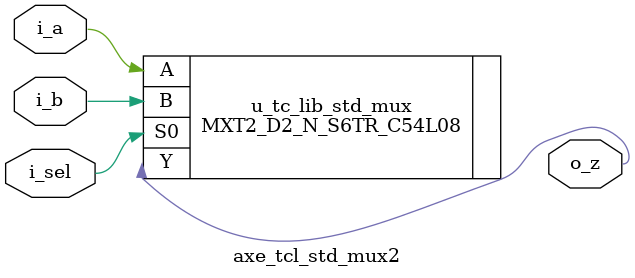
<source format=sv>


module axe_tcl_std_buffer (
  input  logic i_a,
  output logic o_z
);
  BUF_D4_N_S6TR_C54L08 u_tc_lib_std_buf (
    .Y(o_z),
    .A(i_a)
  );
endmodule


/// Combinational Inverter
///
module axe_tcl_std_inverter (
  input  logic i_a,
  output logic o_z
);
  INV_D4_N_S6TR_C54L08 u_tc_lib_std_inv (
    .Y(o_z),
    .A(i_a)
  );
endmodule


/// Combinatorial 2 input AND gate
///
module axe_tcl_std_and2 (
  input  logic i_a,
  input  logic i_b,
  output logic o_z
);
  wire internal_nand;

  NAND2_D2_N_S6TR_C54L08 u_tc_lib_std_nand (
    .Y(internal_nand),
    .A(i_a),
    .B(i_b)
  );

  INV_D4_N_S6TR_C54L08 u_tc_lib_std_inv (
    .Y(o_z),
    .A(internal_nand)
  );
endmodule


/// Combinatorial 3 input AND gate
///
module axe_tcl_std_and3 (
  input  logic i_a,
  input  logic i_b,
  input  logic i_c,
  output logic o_z
);
  wire internal_nand;

  NAND3_D2_N_S6TR_C54L08 u_tc_lib_std_nand (
    .Y(internal_nand),
    .A(i_a),
    .B(i_b),
    .C(i_c)
  );

  INV_D4_N_S6TR_C54L08 u_tc_lib_std_inv (
    .Y(o_z),
    .A(internal_nand)
  );
endmodule


/// Combinatorial 2 input NAND gate
///
module axe_tcl_std_nand2 (
  input  logic i_a,
  input  logic i_b,
  output logic o_z
);
  NAND2_D2_N_S6TR_C54L08 u_tc_lib_std_nand (
    .Y(o_z),
    .A(i_a),
    .B(i_b)
  );
endmodule


/// Combinatorial 3 input NAND gate
///
module axe_tcl_std_nand3 (
  input  logic i_a,
  input  logic i_b,
  input  logic i_c,
  output logic o_z
);
  NAND3_D2_N_S6TR_C54L08 u_tc_lib_std_nand (
    .Y(o_z),
    .A(i_a),
    .B(i_b),
    .C(i_c)
  );
endmodule


/// Combinatorial 2 input OR gate
///
module axe_tcl_std_or2 (
  input  logic i_a,
  input  logic i_b,
  output logic o_z
);
  wire internal_nor;

  NOR2_D2_N_S6TR_C54L08 u_tc_lib_std_nor (
    .Y(internal_nor),
    .A(i_a),
    .B(i_b)
  );

  INV_D4_N_S6TR_C54L08 u_tc_lib_std_inv (
    .Y(o_z),
    .A(internal_nor)
  );
endmodule


/// Combinatorial 3 input OR gate
///
module axe_tcl_std_or3 (
  input  logic i_a,
  input  logic i_b,
  input  logic i_c,
  output logic o_z
);
  wire internal_nor;

  NOR3_D2_N_S6TR_C54L08 u_tc_lib_std_nor (
    .Y(internal_nor),
    .A(i_a),
    .B(i_b),
    .C(i_c)
  );

  INV_D4_N_S6TR_C54L08 u_tc_lib_std_inv (
    .Y(o_z),
    .A(internal_nor)
  );
endmodule


/// Combinatorial 2 input NOR gate
///
module axe_tcl_std_nor2 (
  input  logic i_a,
  input  logic i_b,
  output logic o_z
);
  NOR2_D2_N_S6TR_C54L08 u_tc_lib_std_nor (
    .Y(o_z),
    .A(i_a),
    .B(i_b)
  );
endmodule


/// Combinatorial 3 input NOR gate
///
module axe_tcl_std_nor3 (
  input  logic i_a,
  input  logic i_b,
  input  logic i_c,
  output logic o_z
);
  NOR3_D2_N_S6TR_C54L08 u_tc_lib_std_nor (
    .Y(o_z),
    .A(i_a),
    .B(i_b),
    .C(i_c)
  );
endmodule


/// Combinatorial 2 input XOR gate
///
module axe_tcl_std_xor2 (
  input  logic i_a,
  input  logic i_b,
  output logic o_z
);
  XOR2_D2_N_S6TR_C54L08 u_tc_lib_std_xor (
    .Y(o_z),
    .A(i_a),
    .B(i_b)
  );
endmodule


/// Combinatorial 3 input XOR gate
///
module axe_tcl_std_xor3 (
  input  logic i_a,
  input  logic i_b,
  input  logic i_c,
  output logic o_z
);
  XOR3_D2_N_S6TR_C54L08 u_tc_lib_std_xor (
    .Y(o_z),
    .A(i_a),
    .B(i_b),
    .C(i_c)
  );
endmodule


/// Combinatorial 2 input XNOR gate
///
module axe_tcl_std_xnor2 (
  input  logic i_a,
  input  logic i_b,
  output logic o_z
);
  XNOR2_D2_N_S6TR_C54L08 u_tc_lib_std_xnor (
    .Y(o_z),
    .A(i_a),
    .B(i_b)
  );
endmodule


/// Combinatorial 3 input XNOR gate
///
module axe_tcl_std_xnor3 (
  input  logic i_a,
  input  logic i_b,
  input  logic i_c,
  output logic o_z
);
  XNOR3_D2_N_S6TR_C54L08 u_tc_lib_std_xnor (
    .Y(o_z),
    .A(i_a),
    .B(i_b),
    .C(i_c)
  );
endmodule


/// Combinational 2 port Multiplexer
///
/// **Do not use for CLOCKS or RESETS!**
module axe_tcl_std_mux2 (
  input  logic i_a,
  input  logic i_b,
  input  logic i_sel,
  output logic o_z
);
  MXT2_D2_N_S6TR_C54L08 u_tc_lib_std_mux (
    .Y (o_z),
    .A (i_a),
    .B (i_b),
    .S0(i_sel)
  );
endmodule

</source>
